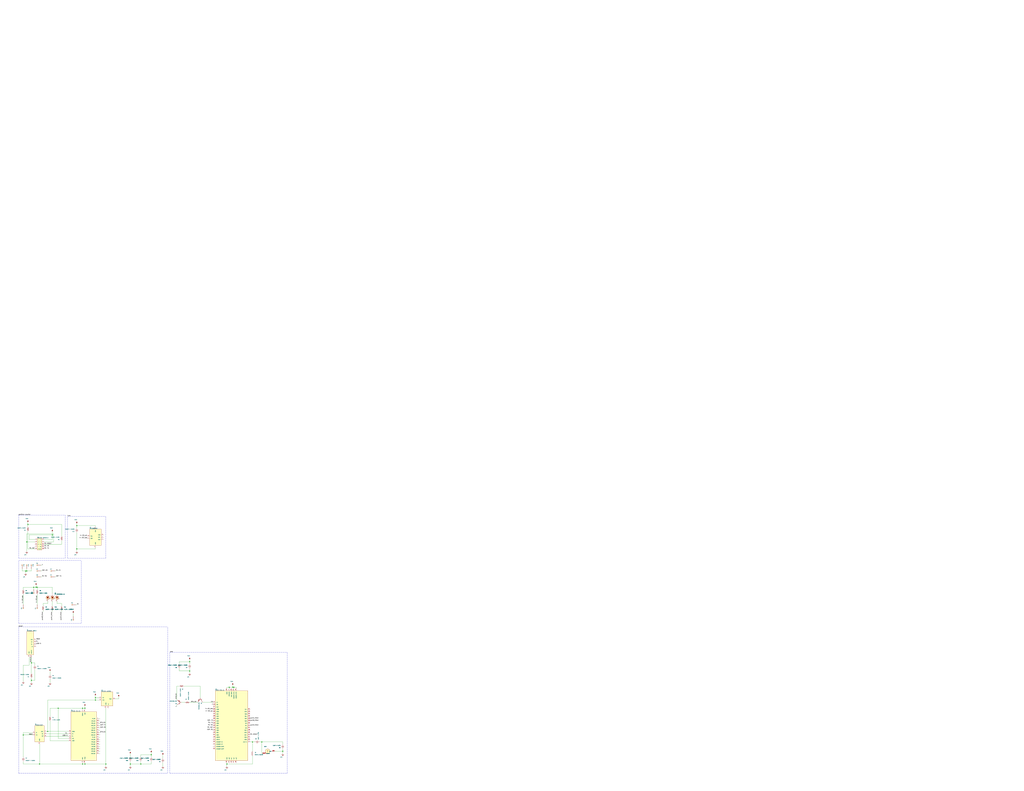
<source format=kicad_sch>
(kicad_sch (version 20210621) (generator eeschema)
  (paper "E")
  (junction (at 25.4 802.64))
  (junction (at 27.94 623.57))
  (junction (at 29.21 591.82))
  (junction (at 29.21 623.57))
  (junction (at 30.48 572.77))
  (junction (at 34.29 723.9))
  (junction (at 34.29 742.95))
  (junction (at 36.83 641.35))
  (junction (at 39.37 641.35))
  (junction (at 40.64 641.35))
  (junction (at 43.18 834.39))
  (junction (at 52.07 798.83))
  (junction (at 57.15 584.2))
  (junction (at 63.5 773.43))
  (junction (at 83.82 574.04))
  (junction (at 83.82 599.44))
  (junction (at 90.17 773.43))
  (junction (at 90.17 834.39))
  (junction (at 92.71 773.43))
  (junction (at 92.71 834.39))
  (junction (at 104.14 762))
  (junction (at 104.14 764.54))
  (junction (at 115.57 834.39))
  (junction (at 142.24 834.39))
  (junction (at 153.67 834.39))
  (junction (at 165.1 824.23))
  (junction (at 207.01 722.63))
  (junction (at 207.01 732.79))
  (junction (at 247.65 834.39))
  (junction (at 250.19 750.57))
  (junction (at 254 750.57))
  (junction (at 255.27 750.57))
  (junction (at 275.59 810.26))
  (junction (at 285.75 810.26))
  (junction (at 308.61 820.42))
  (wire (pts (xy 24.13 621.03) (xy 24.13 623.57)))
  (wire (pts (xy 24.13 623.57) (xy 27.94 623.57)))
  (wire (pts (xy 25.4 641.35) (xy 25.4 643.89)))
  (wire (pts (xy 25.4 641.35) (xy 36.83 641.35)))
  (wire (pts (xy 25.4 648.97) (xy 25.4 660.4)))
  (wire (pts (xy 25.4 726.44) (xy 25.4 744.22)))
  (wire (pts (xy 25.4 726.44) (xy 31.75 726.44)))
  (wire (pts (xy 25.4 800.1) (xy 35.56 800.1)))
  (wire (pts (xy 25.4 802.64) (xy 25.4 800.1)))
  (wire (pts (xy 25.4 802.64) (xy 25.4 826.77)))
  (wire (pts (xy 25.4 802.64) (xy 35.56 802.64)))
  (wire (pts (xy 25.4 831.85) (xy 25.4 834.39)))
  (wire (pts (xy 25.4 834.39) (xy 43.18 834.39)))
  (wire (pts (xy 27.94 623.57) (xy 27.94 626.11)))
  (wire (pts (xy 27.94 623.57) (xy 29.21 623.57)))
  (wire (pts (xy 29.21 582.93) (xy 58.42 582.93)))
  (wire (pts (xy 29.21 591.82) (xy 29.21 582.93)))
  (wire (pts (xy 29.21 591.82) (xy 29.21 601.98)))
  (wire (pts (xy 29.21 591.82) (xy 38.1 591.82)))
  (wire (pts (xy 29.21 621.03) (xy 29.21 623.57)))
  (wire (pts (xy 29.21 623.57) (xy 34.29 623.57)))
  (wire (pts (xy 30.48 570.23) (xy 30.48 572.77)))
  (wire (pts (xy 30.48 572.77) (xy 30.48 575.31)))
  (wire (pts (xy 30.48 572.77) (xy 67.31 572.77)))
  (wire (pts (xy 30.48 580.39) (xy 30.48 599.44)))
  (wire (pts (xy 30.48 599.44) (xy 38.1 599.44)))
  (wire (pts (xy 31.75 584.2) (xy 57.15 584.2)))
  (wire (pts (xy 31.75 589.28) (xy 31.75 584.2)))
  (wire (pts (xy 31.75 589.28) (xy 38.1 589.28)))
  (wire (pts (xy 31.75 726.44) (xy 31.75 717.55)))
  (wire (pts (xy 34.29 621.03) (xy 34.29 623.57)))
  (wire (pts (xy 34.29 723.9) (xy 34.29 717.55)))
  (wire (pts (xy 34.29 723.9) (xy 34.29 735.33)))
  (wire (pts (xy 34.29 723.9) (xy 38.1 723.9)))
  (wire (pts (xy 34.29 740.41) (xy 34.29 742.95)))
  (wire (pts (xy 34.29 742.95) (xy 34.29 745.49)))
  (wire (pts (xy 34.29 742.95) (xy 38.1 742.95)))
  (wire (pts (xy 36.83 641.35) (xy 36.83 643.89)))
  (wire (pts (xy 36.83 641.35) (xy 39.37 641.35)))
  (wire (pts (xy 38.1 723.9) (xy 38.1 726.44)))
  (wire (pts (xy 38.1 731.52) (xy 38.1 742.95)))
  (wire (pts (xy 39.37 638.81) (xy 39.37 641.35)))
  (wire (pts (xy 39.37 641.35) (xy 40.64 641.35)))
  (wire (pts (xy 40.64 641.35) (xy 40.64 643.89)))
  (wire (pts (xy 40.64 641.35) (xy 57.15 641.35)))
  (wire (pts (xy 40.64 648.97) (xy 40.64 660.4)))
  (wire (pts (xy 43.18 834.39) (xy 43.18 812.8)))
  (wire (pts (xy 43.18 834.39) (xy 90.17 834.39)))
  (wire (pts (xy 44.45 617.22) (xy 45.72 617.22)))
  (wire (pts (xy 44.45 623.57) (xy 45.72 623.57)))
  (wire (pts (xy 44.45 629.92) (xy 45.72 629.92)))
  (wire (pts (xy 46.99 659.13) (xy 46.99 661.67)))
  (wire (pts (xy 46.99 659.13) (xy 52.07 659.13)))
  (wire (pts (xy 46.99 666.75) (xy 46.99 668.02)))
  (wire (pts (xy 48.26 589.28) (xy 57.15 589.28)))
  (wire (pts (xy 48.26 591.82) (xy 58.42 591.82)))
  (wire (pts (xy 48.26 594.36) (xy 67.31 594.36)))
  (wire (pts (xy 50.8 798.83) (xy 52.07 798.83)))
  (wire (pts (xy 50.8 801.37) (xy 74.93 801.37)))
  (wire (pts (xy 50.8 803.91) (xy 74.93 803.91)))
  (wire (pts (xy 52.07 656.59) (xy 52.07 659.13)))
  (wire (pts (xy 52.07 764.54) (xy 104.14 764.54)))
  (wire (pts (xy 52.07 798.83) (xy 52.07 764.54)))
  (wire (pts (xy 52.07 798.83) (xy 74.93 798.83)))
  (wire (pts (xy 54.61 732.79) (xy 54.61 736.6)))
  (wire (pts (xy 54.61 741.68) (xy 54.61 745.49)))
  (wire (pts (xy 54.61 773.43) (xy 54.61 782.32)))
  (wire (pts (xy 54.61 773.43) (xy 63.5 773.43)))
  (wire (pts (xy 54.61 787.4) (xy 54.61 808.99)))
  (wire (pts (xy 54.61 808.99) (xy 74.93 808.99)))
  (wire (pts (xy 57.15 580.39) (xy 57.15 584.2)))
  (wire (pts (xy 57.15 589.28) (xy 57.15 584.2)))
  (wire (pts (xy 57.15 641.35) (xy 57.15 647.7)))
  (wire (pts (xy 57.15 656.59) (xy 57.15 661.67)))
  (wire (pts (xy 57.15 666.75) (xy 57.15 668.02)))
  (wire (pts (xy 58.42 591.82) (xy 58.42 582.93)))
  (wire (pts (xy 59.69 623.57) (xy 60.96 623.57)))
  (wire (pts (xy 59.69 629.92) (xy 60.96 629.92)))
  (wire (pts (xy 62.23 656.59) (xy 62.23 659.13)))
  (wire (pts (xy 62.23 659.13) (xy 67.31 659.13)))
  (wire (pts (xy 63.5 773.43) (xy 90.17 773.43)))
  (wire (pts (xy 63.5 806.45) (xy 63.5 773.43)))
  (wire (pts (xy 63.5 806.45) (xy 74.93 806.45)))
  (wire (pts (xy 67.31 572.77) (xy 67.31 585.47)))
  (wire (pts (xy 67.31 590.55) (xy 67.31 594.36)))
  (wire (pts (xy 67.31 659.13) (xy 67.31 661.67)))
  (wire (pts (xy 67.31 666.75) (xy 67.31 668.02)))
  (wire (pts (xy 80.01 669.29) (xy 80.01 673.1)))
  (wire (pts (xy 82.55 660.4) (xy 83.82 660.4)))
  (wire (pts (xy 83.82 571.5) (xy 83.82 574.04)))
  (wire (pts (xy 83.82 574.04) (xy 83.82 576.58)))
  (wire (pts (xy 83.82 574.04) (xy 104.14 574.04)))
  (wire (pts (xy 83.82 581.66) (xy 83.82 599.44)))
  (wire (pts (xy 83.82 599.44) (xy 83.82 601.98)))
  (wire (pts (xy 83.82 599.44) (xy 104.14 599.44)))
  (wire (pts (xy 90.17 773.43) (xy 92.71 773.43)))
  (wire (pts (xy 90.17 774.7) (xy 90.17 773.43)))
  (wire (pts (xy 90.17 834.39) (xy 90.17 833.12)))
  (wire (pts (xy 90.17 834.39) (xy 92.71 834.39)))
  (wire (pts (xy 92.71 770.89) (xy 92.71 773.43)))
  (wire (pts (xy 92.71 774.7) (xy 92.71 773.43)))
  (wire (pts (xy 92.71 834.39) (xy 92.71 833.12)))
  (wire (pts (xy 92.71 834.39) (xy 115.57 834.39)))
  (wire (pts (xy 104.14 575.31) (xy 104.14 574.04)))
  (wire (pts (xy 104.14 599.44) (xy 104.14 598.17)))
  (wire (pts (xy 104.14 759.46) (xy 104.14 762)))
  (wire (pts (xy 104.14 762) (xy 107.95 762)))
  (wire (pts (xy 104.14 764.54) (xy 104.14 762)))
  (wire (pts (xy 104.14 764.54) (xy 107.95 764.54)))
  (wire (pts (xy 107.95 784.86) (xy 109.22 784.86)))
  (wire (pts (xy 107.95 787.4) (xy 109.22 787.4)))
  (wire (pts (xy 107.95 789.94) (xy 109.22 789.94)))
  (wire (pts (xy 107.95 792.48) (xy 109.22 792.48)))
  (wire (pts (xy 107.95 795.02) (xy 109.22 795.02)))
  (wire (pts (xy 107.95 797.56) (xy 109.22 797.56)))
  (wire (pts (xy 107.95 800.1) (xy 109.22 800.1)))
  (wire (pts (xy 107.95 802.64) (xy 109.22 802.64)))
  (wire (pts (xy 107.95 805.18) (xy 109.22 805.18)))
  (wire (pts (xy 107.95 807.72) (xy 109.22 807.72)))
  (wire (pts (xy 107.95 810.26) (xy 109.22 810.26)))
  (wire (pts (xy 107.95 812.8) (xy 109.22 812.8)))
  (wire (pts (xy 107.95 815.34) (xy 109.22 815.34)))
  (wire (pts (xy 107.95 817.88) (xy 109.22 817.88)))
  (wire (pts (xy 107.95 820.42) (xy 109.22 820.42)))
  (wire (pts (xy 107.95 822.96) (xy 109.22 822.96)))
  (wire (pts (xy 115.57 834.39) (xy 115.57 773.43)))
  (wire (pts (xy 115.57 834.39) (xy 115.57 836.93)))
  (wire (pts (xy 125.73 763.27) (xy 129.54 763.27)))
  (wire (pts (xy 129.54 760.73) (xy 129.54 763.27)))
  (wire (pts (xy 142.24 822.96) (xy 142.24 826.77)))
  (wire (pts (xy 142.24 831.85) (xy 142.24 834.39)))
  (wire (pts (xy 142.24 834.39) (xy 142.24 836.93)))
  (wire (pts (xy 142.24 834.39) (xy 153.67 834.39)))
  (wire (pts (xy 153.67 824.23) (xy 153.67 826.77)))
  (wire (pts (xy 153.67 824.23) (xy 165.1 824.23)))
  (wire (pts (xy 153.67 831.85) (xy 153.67 834.39)))
  (wire (pts (xy 153.67 834.39) (xy 165.1 834.39)))
  (wire (pts (xy 165.1 821.69) (xy 165.1 824.23)))
  (wire (pts (xy 165.1 824.23) (xy 165.1 826.77)))
  (wire (pts (xy 165.1 831.85) (xy 165.1 834.39)))
  (wire (pts (xy 177.8 824.23) (xy 177.8 828.04)))
  (wire (pts (xy 177.8 833.12) (xy 177.8 836.93)))
  (wire (pts (xy 193.04 749.3) (xy 193.04 764.54)))
  (wire (pts (xy 193.04 749.3) (xy 195.58 749.3)))
  (wire (pts (xy 193.04 769.62) (xy 193.04 770.89)))
  (wire (pts (xy 195.58 722.63) (xy 195.58 725.17)))
  (wire (pts (xy 195.58 722.63) (xy 207.01 722.63)))
  (wire (pts (xy 195.58 730.25) (xy 195.58 732.79)))
  (wire (pts (xy 195.58 732.79) (xy 207.01 732.79)))
  (wire (pts (xy 198.12 767.08) (xy 201.93 767.08)))
  (wire (pts (xy 200.66 749.3) (xy 218.44 749.3)))
  (wire (pts (xy 207.01 720.09) (xy 207.01 722.63)))
  (wire (pts (xy 207.01 722.63) (xy 207.01 725.17)))
  (wire (pts (xy 207.01 730.25) (xy 207.01 732.79)))
  (wire (pts (xy 207.01 732.79) (xy 207.01 735.33)))
  (wire (pts (xy 207.01 767.08) (xy 215.9 767.08)))
  (wire (pts (xy 218.44 749.3) (xy 218.44 762)))
  (wire (pts (xy 220.98 767.08) (xy 232.41 767.08)))
  (wire (pts (xy 247.65 750.57) (xy 250.19 750.57)))
  (wire (pts (xy 247.65 751.84) (xy 247.65 750.57)))
  (wire (pts (xy 247.65 834.39) (xy 247.65 833.12)))
  (wire (pts (xy 247.65 834.39) (xy 247.65 836.93)))
  (wire (pts (xy 247.65 834.39) (xy 275.59 834.39)))
  (wire (pts (xy 250.19 750.57) (xy 254 750.57)))
  (wire (pts (xy 250.19 751.84) (xy 250.19 750.57)))
  (wire (pts (xy 254 748.03) (xy 254 750.57)))
  (wire (pts (xy 254 750.57) (xy 255.27 750.57)))
  (wire (pts (xy 255.27 750.57) (xy 257.81 750.57)))
  (wire (pts (xy 255.27 751.84) (xy 255.27 750.57)))
  (wire (pts (xy 257.81 751.84) (xy 257.81 750.57)))
  (wire (pts (xy 273.05 810.26) (xy 275.59 810.26)))
  (wire (pts (xy 275.59 810.26) (xy 275.59 820.42)))
  (wire (pts (xy 275.59 810.26) (xy 278.13 810.26)))
  (wire (pts (xy 275.59 825.5) (xy 275.59 834.39)))
  (wire (pts (xy 283.21 810.26) (xy 285.75 810.26)))
  (wire (pts (xy 285.75 810.26) (xy 308.61 810.26)))
  (wire (pts (xy 285.75 822.96) (xy 285.75 810.26)))
  (wire (pts (xy 285.75 822.96) (xy 287.02 822.96)))
  (wire (pts (xy 299.72 820.42) (xy 308.61 820.42)))
  (wire (pts (xy 308.61 810.26) (xy 308.61 812.8)))
  (wire (pts (xy 308.61 817.88) (xy 308.61 820.42)))
  (wire (pts (xy 308.61 820.42) (xy 308.61 822.96)))
  (polyline (pts (xy 20.32 562.61) (xy 71.12 562.61)))
  (polyline (pts (xy 20.32 609.6) (xy 20.32 562.61)))
  (polyline (pts (xy 20.32 609.6) (xy 71.12 609.6)))
  (polyline (pts (xy 20.32 612.14) (xy 88.9 612.14)))
  (polyline (pts (xy 20.32 680.72) (xy 20.32 612.14)))
  (polyline (pts (xy 20.32 680.72) (xy 88.9 680.72)))
  (polyline (pts (xy 20.32 684.53) (xy 182.88 684.53)))
  (polyline (pts (xy 20.32 844.55) (xy 20.32 684.53)))
  (polyline (pts (xy 20.32 844.55) (xy 182.88 844.55)))
  (polyline (pts (xy 71.12 609.6) (xy 71.12 562.61)))
  (polyline (pts (xy 73.66 563.88) (xy 115.57 563.88)))
  (polyline (pts (xy 73.66 609.6) (xy 73.66 563.88)))
  (polyline (pts (xy 73.66 609.6) (xy 115.57 609.6)))
  (polyline (pts (xy 88.9 680.72) (xy 88.9 612.14)))
  (polyline (pts (xy 115.57 609.6) (xy 115.57 563.88)))
  (polyline (pts (xy 182.88 844.55) (xy 182.88 684.53)))
  (polyline (pts (xy 185.42 712.47) (xy 313.69 712.47)))
  (polyline (pts (xy 185.42 844.55) (xy 185.42 712.47)))
  (polyline (pts (xy 185.42 844.55) (xy 313.69 844.55)))
  (polyline (pts (xy 313.69 844.55) (xy 313.69 712.47)))
  (label "particle-counter" (at 20.32 562.61 0) (effects (font (size 1.016 1.016))))
  (label "power" (at 20.32 684.53 0) (effects (font (size 1.016 1.016))))
  (label "H-I2C_sda" (at 25.4 650.24 270) (effects (font (size 1.016 1.016))))
  (label "SHIELD" (at 34.29 717.55 270) (effects (font (size 1.016 1.016))))
  (label "VBUS" (at 35.56 802.64 180) (effects (font (size 1.016 1.016))))
  (label "PC-SET" (at 38.1 599.44 180) (effects (font (size 1.016 1.016))))
  (label "VBUS" (at 39.37 698.5 0) (effects (font (size 1.016 1.016))))
  (label "D+" (at 39.37 701.04 0) (effects (font (size 1.016 1.016))))
  (label "USB-N" (at 39.37 703.58 0) (effects (font (size 1.016 1.016))))
  (label "H-I2C_scl" (at 40.64 650.24 270) (effects (font (size 1.016 1.016))))
  (label "c" (at 45.72 617.22 0) (effects (font (size 1.016 1.016))))
  (label "ESP-RX" (at 45.72 623.57 0) (effects (font (size 1.016 1.016))))
  (label "PC-RX" (at 45.72 629.92 0) (effects (font (size 1.016 1.016))))
  (label "pwm0_timer" (at 46.99 668.02 270) (effects (font (size 1.016 1.016))))
  (label "PC-RESET" (at 48.26 594.36 0) (effects (font (size 1.016 1.016))))
  (label "PC-RX" (at 48.26 596.9 0) (effects (font (size 1.016 1.016))))
  (label "PC-TX" (at 48.26 599.44 0) (effects (font (size 1.016 1.016))))
  (label "pwm1_timer" (at 57.15 668.02 270) (effects (font (size 1.016 1.016))))
  (label "PC-TX" (at 60.96 623.57 0) (effects (font (size 1.016 1.016))))
  (label "ESP-TX" (at 60.96 629.92 0) (effects (font (size 1.016 1.016))))
  (label "pwm2_timer" (at 67.31 668.02 270) (effects (font (size 1.016 1.016))))
  (label "hum" (at 73.66 563.88 0) (effects (font (size 1.016 1.016))))
  (label "D+" (at 73.66 801.37 180) (effects (font (size 1.016 1.016))))
  (label "USB-N" (at 73.66 803.91 180) (effects (font (size 1.016 1.016))))
  (label "EN" (at 83.82 660.4 0) (effects (font (size 1.016 1.016))))
  (label "H-I2C_scl" (at 95.25 585.47 180) (effects (font (size 1.016 1.016))))
  (label "H-I2C_sda" (at 95.25 588.01 180) (effects (font (size 1.016 1.016))))
  (label "RTS_ECI" (at 109.22 789.94 0) (effects (font (size 1.016 1.016))))
  (label "ESP-TX" (at 109.22 792.48 0) (effects (font (size 1.016 1.016))))
  (label "ESP-RX" (at 109.22 795.02 0) (effects (font (size 1.016 1.016))))
  (label "DTR_ECI" (at 109.22 800.1 0) (effects (font (size 1.016 1.016))))
  (label "proc" (at 185.42 712.47 0) (effects (font (size 1.016 1.016))))
  (label "DTR_ECI" (at 193.04 763.27 90) (effects (font (size 1.016 1.016))))
  (label "c" (at 193.04 770.89 270) (effects (font (size 1.016 1.016))))
  (label "RTS_ECI" (at 214.63 767.08 180) (effects (font (size 1.016 1.016))))
  (label "EN" (at 232.41 767.08 180) (effects (font (size 1.016 1.016))))
  (label "c" (at 232.41 769.62 180) (effects (font (size 1.016 1.016))))
  (label "H-I2C_sda" (at 232.41 774.7 180) (effects (font (size 1.016 1.016))))
  (label "H-I2C_scl" (at 232.41 777.24 180) (effects (font (size 1.016 1.016))))
  (label "ESP-TX" (at 232.41 787.4 180) (effects (font (size 1.016 1.016))))
  (label "PC-TX" (at 232.41 789.94 180) (effects (font (size 1.016 1.016))))
  (label "PC-RX" (at 232.41 792.48 180) (effects (font (size 1.016 1.016))))
  (label "PC-SET" (at 232.41 795.02 180) (effects (font (size 1.016 1.016))))
  (label "ESP-RX" (at 232.41 797.56 180) (effects (font (size 1.016 1.016))))
  (label "pwm1_timer" (at 273.05 784.86 0) (effects (font (size 1.016 1.016))))
  (label "pwm0_timer" (at 273.05 787.4 0) (effects (font (size 1.016 1.016))))
  (label "pwm2_timer" (at 273.05 792.48 0) (effects (font (size 1.016 1.016))))
  (label "PC-RESET" (at 273.05 802.64 0) (effects (font (size 1.016 1.016))))
  (symbol (lib_id "project_symbols:P3V3") (at 30.48 570.23 0) (unit 1)
    (property "Reference" "#PWR?" (effects hide))
    (property "Value" "P3V3" (at 27.94 566.42 0) (effects (font (size 0.7112 0.7112)) (justify left)))
  )
  (symbol (lib_id "project_symbols:P3V3") (at 39.37 638.81 0) (unit 1)
    (property "Reference" "#PWR?" (effects hide))
    (property "Value" "P3V3" (at 36.83 635 0) (effects (font (size 0.7112 0.7112)) (justify left)))
  )
  (symbol (lib_id "project_symbols:P5V0") (at 54.61 732.79 0) (unit 1)
    (property "Reference" "#PWR?" (effects hide))
    (property "Value" "P5V0" (at 52.07 728.98 0) (effects (font (size 0.7112 0.7112)) (justify left)))
  )
  (symbol (lib_id "project_symbols:P5V0") (at 57.15 580.39 0) (unit 1)
    (property "Reference" "#PWR?" (effects hide))
    (property "Value" "P5V0" (at 54.61 576.58 0) (effects (font (size 0.7112 0.7112)) (justify left)))
  )
  (symbol (lib_id "project_symbols:P5V0") (at 80.01 669.29 0) (unit 1)
    (property "Reference" "#PWR?" (effects hide))
    (property "Value" "P5V0" (at 77.47 665.48 0) (effects (font (size 0.7112 0.7112)) (justify left)))
  )
  (symbol (lib_id "project_symbols:P3V3") (at 83.82 571.5 0) (unit 1)
    (property "Reference" "#PWR?" (effects hide))
    (property "Value" "P3V3" (at 81.28 567.69 0) (effects (font (size 0.7112 0.7112)) (justify left)))
  )
  (symbol (lib_id "project_symbols:P3V3") (at 92.71 770.89 0) (unit 1)
    (property "Reference" "#PWR?" (effects hide))
    (property "Value" "P3V3" (at 90.17 767.08 0) (effects (font (size 0.7112 0.7112)) (justify left)))
  )
  (symbol (lib_id "project_symbols:P5V0") (at 104.14 759.46 0) (unit 1)
    (property "Reference" "#PWR?" (effects hide))
    (property "Value" "P5V0" (at 101.6 755.65 0) (effects (font (size 0.7112 0.7112)) (justify left)))
  )
  (symbol (lib_id "project_symbols:P3V3") (at 129.54 760.73 0) (unit 1)
    (property "Reference" "#PWR?" (effects hide))
    (property "Value" "P3V3" (at 127 756.92 0) (effects (font (size 0.7112 0.7112)) (justify left)))
  )
  (symbol (lib_id "project_symbols:P3V3") (at 142.24 822.96 0) (unit 1)
    (property "Reference" "#PWR?" (effects hide))
    (property "Value" "P3V3" (at 139.7 819.15 0) (effects (font (size 0.7112 0.7112)) (justify left)))
  )
  (symbol (lib_id "project_symbols:P3V3") (at 165.1 821.69 0) (unit 1)
    (property "Reference" "#PWR?" (effects hide))
    (property "Value" "P3V3" (at 162.56 817.88 0) (effects (font (size 0.7112 0.7112)) (justify left)))
  )
  (symbol (lib_id "project_symbols:P5V0") (at 177.8 824.23 0) (unit 1)
    (property "Reference" "#PWR?" (effects hide))
    (property "Value" "P5V0" (at 175.26 820.42 0) (effects (font (size 0.7112 0.7112)) (justify left)))
  )
  (symbol (lib_id "project_symbols:P3V3") (at 207.01 720.09 0) (unit 1)
    (property "Reference" "#PWR?" (effects hide))
    (property "Value" "P3V3" (at 204.47 716.28 0) (effects (font (size 0.7112 0.7112)) (justify left)))
  )
  (symbol (lib_id "project_symbols:P3V3") (at 254 748.03 0) (unit 1)
    (property "Reference" "#PWR?" (effects hide))
    (property "Value" "P3V3" (at 251.46 744.22 0) (effects (font (size 0.7112 0.7112)) (justify left)))
  )
  (symbol (lib_id "project_symbols:component_4") (at 24.13 618.49 270) (unit 1)
    (property "Reference" "TP12" (at 26.035 615.95 0) (effects (font (size 0.7112 0.7112)) (justify left)))
    (property "Value" "RCU-0C" (effects hide))
    (property "Footprint" "ble-mote:rc_landpattern" (effects hide))
    (property "MPN" "RCU-0C" (effects hide))
    (property "Manufacturer" "TE Connectivity" (effects hide))
  )
  (symbol (lib_id "project_symbols:component_4") (at 25.4 662.94 90) (unit 1)
    (property "Reference" "TP3" (at 23.495 665.48 0) (effects (font (size 0.7112 0.7112)) (justify left)))
    (property "Value" "RCU-0C" (effects hide))
    (property "Footprint" "ble-mote:rc_landpattern" (effects hide))
    (property "MPN" "RCU-0C" (effects hide))
    (property "Manufacturer" "TE Connectivity" (effects hide))
  )
  (symbol (lib_id "project_symbols:component_4") (at 29.21 618.49 270) (unit 1)
    (property "Reference" "TP11" (at 31.115 615.95 0) (effects (font (size 0.7112 0.7112)) (justify left)))
    (property "Value" "RCU-0C" (effects hide))
    (property "Footprint" "ble-mote:rc_landpattern" (effects hide))
    (property "MPN" "RCU-0C" (effects hide))
    (property "Manufacturer" "TE Connectivity" (effects hide))
  )
  (symbol (lib_id "project_symbols:component_4") (at 34.29 618.49 270) (unit 1)
    (property "Reference" "TP13" (at 36.195 615.95 0) (effects (font (size 0.7112 0.7112)) (justify left)))
    (property "Value" "RCU-0C" (effects hide))
    (property "Footprint" "ble-mote:rc_landpattern" (effects hide))
    (property "MPN" "RCU-0C" (effects hide))
    (property "Manufacturer" "TE Connectivity" (effects hide))
  )
  (symbol (lib_id "project_symbols:component_4") (at 36.83 646.43 90) (unit 1)
    (property "Reference" "TP10" (at 34.925 648.97 0) (effects (font (size 0.7112 0.7112)) (justify left)))
    (property "Value" "RCU-0C" (effects hide))
    (property "Footprint" "ble-mote:rc_landpattern" (effects hide))
    (property "MPN" "RCU-0C" (effects hide))
    (property "Manufacturer" "TE Connectivity" (effects hide))
  )
  (symbol (lib_id "project_symbols:component_4") (at 40.64 662.94 90) (unit 1)
    (property "Reference" "TP4" (at 38.735 665.48 0) (effects (font (size 0.7112 0.7112)) (justify left)))
    (property "Value" "RCU-0C" (effects hide))
    (property "Footprint" "ble-mote:rc_landpattern" (effects hide))
    (property "MPN" "RCU-0C" (effects hide))
    (property "Manufacturer" "TE Connectivity" (effects hide))
  )
  (symbol (lib_id "project_symbols:component_4") (at 41.91 617.22 0) (unit 1)
    (property "Reference" "TP6" (at 39.37 615.315 0) (effects (font (size 0.7112 0.7112)) (justify left)))
    (property "Value" "RCU-0C" (effects hide))
    (property "Footprint" "ble-mote:rc_landpattern" (effects hide))
    (property "MPN" "RCU-0C" (effects hide))
    (property "Manufacturer" "TE Connectivity" (effects hide))
  )
  (symbol (lib_id "project_symbols:component_4") (at 41.91 623.57 0) (unit 1)
    (property "Reference" "TP2" (at 39.37 621.665 0) (effects (font (size 0.7112 0.7112)) (justify left)))
    (property "Value" "RCU-0C" (effects hide))
    (property "Footprint" "ble-mote:rc_landpattern" (effects hide))
    (property "MPN" "RCU-0C" (effects hide))
    (property "Manufacturer" "TE Connectivity" (effects hide))
  )
  (symbol (lib_id "project_symbols:component_4") (at 41.91 629.92 0) (unit 1)
    (property "Reference" "TP8" (at 39.37 628.015 0) (effects (font (size 0.7112 0.7112)) (justify left)))
    (property "Value" "RCU-0C" (effects hide))
    (property "Footprint" "ble-mote:rc_landpattern" (effects hide))
    (property "MPN" "RCU-0C" (effects hide))
    (property "Manufacturer" "TE Connectivity" (effects hide))
  )
  (symbol (lib_id "project_symbols:component_4") (at 57.15 623.57 0) (unit 1)
    (property "Reference" "TP7" (at 54.61 621.665 0) (effects (font (size 0.7112 0.7112)) (justify left)))
    (property "Value" "RCU-0C" (effects hide))
    (property "Footprint" "ble-mote:rc_landpattern" (effects hide))
    (property "MPN" "RCU-0C" (effects hide))
    (property "Manufacturer" "TE Connectivity" (effects hide))
  )
  (symbol (lib_id "project_symbols:component_4") (at 57.15 629.92 0) (unit 1)
    (property "Reference" "TP1" (at 54.61 628.015 0) (effects (font (size 0.7112 0.7112)) (justify left)))
    (property "Value" "RCU-0C" (effects hide))
    (property "Footprint" "ble-mote:rc_landpattern" (effects hide))
    (property "MPN" "RCU-0C" (effects hide))
    (property "Manufacturer" "TE Connectivity" (effects hide))
  )
  (symbol (lib_id "project_symbols:component_4") (at 80.01 660.4 0) (unit 1)
    (property "Reference" "TP5" (at 77.47 658.495 0) (effects (font (size 0.7112 0.7112)) (justify left)))
    (property "Value" "RCU-0C" (effects hide))
    (property "Footprint" "ble-mote:rc_landpattern" (effects hide))
    (property "MPN" "RCU-0C" (effects hide))
    (property "Manufacturer" "TE Connectivity" (effects hide))
  )
  (symbol (lib_id "project_symbols:component_4") (at 80.01 675.64 90) (unit 1)
    (property "Reference" "TP9" (at 78.105 678.18 0) (effects (font (size 0.7112 0.7112)) (justify left)))
    (property "Value" "RCU-0C" (effects hide))
    (property "Footprint" "ble-mote:rc_landpattern" (effects hide))
    (property "MPN" "RCU-0C" (effects hide))
    (property "Manufacturer" "TE Connectivity" (effects hide))
  )
  (symbol (lib_id "project_symbols:my_inductor") (at 275.59 822.96 0) (unit 1)
    (property "Reference" "L1" (at 278.13 821.69 0) (effects (font (size 0.7112 0.7112)) (justify left)))
    (property "Value" "2.7nH ± 11.11%" (at 278.13 824.23 0) (effects (font (size 0.7112 0.7112)) (justify left)))
    (property "Footprint" "ble-mote:ipc_two_pin_landpattern" (effects hide))
    (property "Inductance" "2.7nH ± 11.11%" (effects hide))
    (property "Tolerance" "11.1111111111111%" (effects hide))
    (property "Maximum Current" "0.8A" (effects hide))
    (property "MPN" "LQG15HS2N7S02D" (effects hide))
    (property "Manufacturer" "Murata Electronics" (effects hide))
  )
  (symbol (lib_id "project_symbols:gnd") (at 25.4 744.22 0) (unit 1)
    (property "Reference" "#PWR?" (effects hide))
    (property "Value" "gnd" (at 22.86 748.03 0) (effects (font (size 0.7112 0.7112)) (justify left)))
  )
  (symbol (lib_id "project_symbols:gnd") (at 27.94 626.11 0) (unit 1)
    (property "Reference" "#PWR?" (effects hide))
    (property "Value" "gnd" (at 25.4 629.92 0) (effects (font (size 0.7112 0.7112)) (justify left)))
  )
  (symbol (lib_id "project_symbols:gnd") (at 29.21 601.98 0) (unit 1)
    (property "Reference" "#PWR?" (effects hide))
    (property "Value" "gnd" (at 26.67 605.79 0) (effects (font (size 0.7112 0.7112)) (justify left)))
  )
  (symbol (lib_id "project_symbols:gnd") (at 34.29 745.49 0) (unit 1)
    (property "Reference" "#PWR?" (effects hide))
    (property "Value" "gnd" (at 31.75 749.3 0) (effects (font (size 0.7112 0.7112)) (justify left)))
  )
  (symbol (lib_id "project_symbols:gnd") (at 54.61 745.49 0) (unit 1)
    (property "Reference" "#PWR?" (effects hide))
    (property "Value" "gnd" (at 52.07 749.3 0) (effects (font (size 0.7112 0.7112)) (justify left)))
  )
  (symbol (lib_id "project_symbols:gnd") (at 83.82 601.98 0) (unit 1)
    (property "Reference" "#PWR?" (effects hide))
    (property "Value" "gnd" (at 81.28 605.79 0) (effects (font (size 0.7112 0.7112)) (justify left)))
  )
  (symbol (lib_id "project_symbols:gnd") (at 115.57 836.93 0) (unit 1)
    (property "Reference" "#PWR?" (effects hide))
    (property "Value" "gnd" (at 113.03 840.74 0) (effects (font (size 0.7112 0.7112)) (justify left)))
  )
  (symbol (lib_id "project_symbols:gnd") (at 142.24 836.93 0) (unit 1)
    (property "Reference" "#PWR?" (effects hide))
    (property "Value" "gnd" (at 139.7 840.74 0) (effects (font (size 0.7112 0.7112)) (justify left)))
  )
  (symbol (lib_id "project_symbols:gnd") (at 177.8 836.93 0) (unit 1)
    (property "Reference" "#PWR?" (effects hide))
    (property "Value" "gnd" (at 175.26 840.74 0) (effects (font (size 0.7112 0.7112)) (justify left)))
  )
  (symbol (lib_id "project_symbols:gnd") (at 207.01 735.33 0) (unit 1)
    (property "Reference" "#PWR?" (effects hide))
    (property "Value" "gnd" (at 204.47 739.14 0) (effects (font (size 0.7112 0.7112)) (justify left)))
  )
  (symbol (lib_id "project_symbols:gnd") (at 247.65 836.93 0) (unit 1)
    (property "Reference" "#PWR?" (effects hide))
    (property "Value" "gnd" (at 245.11 840.74 0) (effects (font (size 0.7112 0.7112)) (justify left)))
  )
  (symbol (lib_id "project_symbols:gnd") (at 308.61 822.96 0) (unit 1)
    (property "Reference" "#PWR?" (effects hide))
    (property "Value" "gnd" (at 306.07 826.77 0) (effects (font (size 0.7112 0.7112)) (justify left)))
  )
  (symbol (lib_id "project_symbols:my_resistor_2") (at 25.4 646.43 0) (unit 1)
    (property "Reference" "R7" (at 27.94 645.16 0) (effects (font (size 0.7112 0.7112)) (justify left)))
    (property "Value" "8.2kΩ ± 1.00%" (at 27.94 647.7 0) (effects (font (size 0.7112 0.7112)) (justify left)))
    (property "Footprint" "ble-mote:ipc_two_pin_landpattern" (effects hide))
    (property "Resistance" "8.2kΩ ± 1.00%" (effects hide))
    (property "Tolerance" "1.0%" (effects hide))
    (property "Maximum Power" "0.063W" (effects hide))
    (property "MPN" "CRGCQ0402F8K2" (effects hide))
    (property "Manufacturer" "TE Connectivity Passive Product" (effects hide))
  )
  (symbol (lib_id "project_symbols:my_resistor_7") (at 30.48 577.85 180) (unit 1)
    (property "Reference" "R5" (at 27.94 579.12 0) (effects (font (size 0.7112 0.7112)) (justify left)))
    (property "Value" "10.0kΩ ± 0.10%" (at 27.94 576.58 0) (effects (font (size 0.7112 0.7112)) (justify left)))
    (property "Footprint" "ble-mote:ipc_two_pin_landpattern" (effects hide))
    (property "Resistance" "10.0kΩ ± 0.10%" (effects hide))
    (property "Tolerance" "0.1%" (effects hide))
    (property "Maximum Power" "0.1W" (effects hide))
    (property "MPN" "MCS0402MD1002BE100" (effects hide))
    (property "Manufacturer" "Vishay Beyschlag/Draloric/BC Components" (effects hide))
  )
  (symbol (lib_id "project_symbols:my_resistor_1") (at 34.29 737.87 180) (unit 1)
    (property "Reference" "R1" (at 31.75 739.14 0) (effects (font (size 0.7112 0.7112)) (justify left)))
    (property "Value" "100.0kΩ ± 0.50%" (at 31.75 736.6 0) (effects (font (size 0.7112 0.7112)) (justify left)))
    (property "Footprint" "ble-mote:ipc_two_pin_landpattern" (effects hide))
    (property "Resistance" "100.0kΩ ± 0.50%" (effects hide))
    (property "Tolerance" "0.5%" (effects hide))
    (property "Maximum Power" "0.063W" (effects hide))
    (property "MPN" "RR0510P-104-D" (effects hide))
    (property "Manufacturer" "Susumu" (effects hide))
  )
  (symbol (lib_id "project_symbols:my_resistor") (at 40.64 646.43 0) (unit 1)
    (property "Reference" "R8" (at 43.18 645.16 0) (effects (font (size 0.7112 0.7112)) (justify left)))
    (property "Value" "8.2kΩ ± 1.00%" (at 43.18 647.7 0) (effects (font (size 0.7112 0.7112)) (justify left)))
    (property "Footprint" "ble-mote:ipc_two_pin_landpattern" (effects hide))
    (property "Resistance" "8.2kΩ ± 1.00%" (effects hide))
    (property "Tolerance" "1.0%" (effects hide))
    (property "Maximum Power" "0.063W" (effects hide))
    (property "MPN" "CRGCQ0402F8K2" (effects hide))
    (property "Manufacturer" "TE Connectivity Passive Product" (effects hide))
  )
  (symbol (lib_id "project_symbols:my_resistor_8") (at 46.99 664.21 0) (unit 1)
    (property "Reference" "R9" (at 49.53 662.94 0) (effects (font (size 0.7112 0.7112)) (justify left)))
    (property "Value" "150.0Ω ± 1.00%" (at 49.53 665.48 0) (effects (font (size 0.7112 0.7112)) (justify left)))
    (property "Footprint" "ble-mote:ipc_two_pin_landpattern" (effects hide))
    (property "Resistance" "150.0Ω ± 1.00%" (effects hide))
    (property "Tolerance" "1.0%" (effects hide))
    (property "Maximum Power" "0.063W" (effects hide))
    (property "MPN" "CRGCQ0402F150R" (effects hide))
    (property "Manufacturer" "TE Connectivity Passive Product" (effects hide))
  )
  (symbol (lib_id "project_symbols:my_resistor_6") (at 54.61 784.86 0) (unit 1)
    (property "Reference" "R4" (at 57.15 783.59 0) (effects (font (size 0.7112 0.7112)) (justify left)))
    (property "Value" "4.7kΩ ± 0.10%" (at 57.15 786.13 0) (effects (font (size 0.7112 0.7112)) (justify left)))
    (property "Footprint" "ble-mote:ipc_two_pin_landpattern" (effects hide))
    (property "Resistance" "4.7kΩ ± 0.10%" (effects hide))
    (property "Tolerance" "0.1%" (effects hide))
    (property "Maximum Power" "0.063W" (effects hide))
    (property "MPN" "RG1005P-472-B-T5" (effects hide))
    (property "Manufacturer" "Susumu" (effects hide))
  )
  (symbol (lib_id "project_symbols:my_resistor_9") (at 57.15 664.21 0) (unit 1)
    (property "Reference" "R10" (at 59.69 662.94 0) (effects (font (size 0.7112 0.7112)) (justify left)))
    (property "Value" "150.0Ω ± 1.00%" (at 59.69 665.48 0) (effects (font (size 0.7112 0.7112)) (justify left)))
    (property "Footprint" "ble-mote:ipc_two_pin_landpattern" (effects hide))
    (property "Resistance" "150.0Ω ± 1.00%" (effects hide))
    (property "Tolerance" "1.0%" (effects hide))
    (property "Maximum Power" "0.063W" (effects hide))
    (property "MPN" "CRGCQ0402F150R" (effects hide))
    (property "Manufacturer" "TE Connectivity Passive Product" (effects hide))
  )
  (symbol (lib_id "project_symbols:my_resistor_3") (at 67.31 588.01 180) (unit 1)
    (property "Reference" "R6" (at 64.77 589.28 0) (effects (font (size 0.7112 0.7112)) (justify left)))
    (property "Value" "10.0kΩ ± 0.10%" (at 64.77 586.74 0) (effects (font (size 0.7112 0.7112)) (justify left)))
    (property "Footprint" "ble-mote:ipc_two_pin_landpattern" (effects hide))
    (property "Resistance" "10.0kΩ ± 0.10%" (effects hide))
    (property "Tolerance" "0.1%" (effects hide))
    (property "Maximum Power" "0.1W" (effects hide))
    (property "MPN" "MCS0402MD1002BE100" (effects hide))
    (property "Manufacturer" "Vishay Beyschlag/Draloric/BC Components" (effects hide))
  )
  (symbol (lib_id "project_symbols:my_resistor_10") (at 67.31 664.21 0) (unit 1)
    (property "Reference" "R11" (at 69.85 662.94 0) (effects (font (size 0.7112 0.7112)) (justify left)))
    (property "Value" "41.2Ω ± 1.00%" (at 69.85 665.48 0) (effects (font (size 0.7112 0.7112)) (justify left)))
    (property "Footprint" "ble-mote:ipc_two_pin_landpattern" (effects hide))
    (property "Resistance" "41.2Ω ± 1.00%" (effects hide))
    (property "Tolerance" "1.0%" (effects hide))
    (property "Maximum Power" "0.1W" (effects hide))
    (property "MPN" "ERJ-2RKF41R2X" (effects hide))
    (property "Manufacturer" "Panasonic Electronic Components" (effects hide))
  )
  (symbol (lib_id "project_symbols:my_resistor_4") (at 198.12 749.3 270) (unit 1)
    (property "Reference" "R2" (at 199.39 751.84 0) (effects (font (size 0.7112 0.7112)) (justify left)))
    (property "Value" "10.0kΩ ± 0.10%" (at 196.85 751.84 0) (effects (font (size 0.7112 0.7112)) (justify left)))
    (property "Footprint" "ble-mote:ipc_two_pin_landpattern" (effects hide))
    (property "Resistance" "10.0kΩ ± 0.10%" (effects hide))
    (property "Tolerance" "0.1%" (effects hide))
    (property "Maximum Power" "0.1W" (effects hide))
    (property "MPN" "MCS0402MD1002BE100" (effects hide))
    (property "Manufacturer" "Vishay Beyschlag/Draloric/BC Components" (effects hide))
  )
  (symbol (lib_id "project_symbols:my_resistor_5") (at 204.47 767.08 90) (unit 1)
    (property "Reference" "R3" (at 203.2 764.54 0) (effects (font (size 0.7112 0.7112)) (justify left)))
    (property "Value" "10.0kΩ ± 0.10%" (at 205.74 764.54 0) (effects (font (size 0.7112 0.7112)) (justify left)))
    (property "Footprint" "ble-mote:ipc_two_pin_landpattern" (effects hide))
    (property "Resistance" "10.0kΩ ± 0.10%" (effects hide))
    (property "Tolerance" "0.1%" (effects hide))
    (property "Maximum Power" "0.1W" (effects hide))
    (property "MPN" "MCS0402MD1002BE100" (effects hide))
    (property "Manufacturer" "Vishay Beyschlag/Draloric/BC Components" (effects hide))
  )
  (symbol (lib_id "project_symbols:my_capacitor") (at 25.4 829.31 0) (unit 1)
    (property "Reference" "C2" (at 27.94 828.04 0) (effects (font (size 0.7112 0.7112)) (justify left)))
    (property "Value" "100.0nF ± 10.00%" (at 27.94 830.58 0) (effects (font (size 0.7112 0.7112)) (justify left)))
    (property "Footprint" "ble-mote:ipc_two_pin_landpattern" (effects hide))
    (property "Capacitance" "100.0nF ± 10.00%" (effects hide))
    (property "Tolerance" "10.0%" (effects hide))
    (property "Maximum Voltage" "25.0V" (effects hide))
    (property "MPN" "CL05B104KA5NNNC" (effects hide))
    (property "Manufacturer" "Samsung Electro-Mechanics" (effects hide))
  )
  (symbol (lib_id "project_symbols:my_capacitor_4") (at 38.1 728.98 0) (unit 1)
    (property "Reference" "C1" (at 40.64 727.71 0) (effects (font (size 0.7112 0.7112)) (justify left)))
    (property "Value" "100.0nF ± 10.00%" (at 40.64 730.25 0) (effects (font (size 0.7112 0.7112)) (justify left)))
    (property "Footprint" "ble-mote:ipc_two_pin_landpattern" (effects hide))
    (property "Capacitance" "100.0nF ± 10.00%" (effects hide))
    (property "Tolerance" "10.0%" (effects hide))
    (property "Maximum Voltage" "25.0V" (effects hide))
    (property "MPN" "CL05B104KA5NNNC" (effects hide))
    (property "Manufacturer" "Samsung Electro-Mechanics" (effects hide))
  )
  (symbol (lib_id "project_symbols:my_capacitor_6") (at 54.61 739.14 0) (unit 1)
    (property "Reference" "C3" (at 57.15 737.87 0) (effects (font (size 0.7112 0.7112)) (justify left)))
    (property "Value" "10.0μF ± 20.00%" (at 57.15 740.41 0) (effects (font (size 0.7112 0.7112)) (justify left)))
    (property "Footprint" "ble-mote:ipc_two_pin_landpattern" (effects hide))
    (property "Capacitance" "10.0μF ± 20.00%" (effects hide))
    (property "Tolerance" "20.0%" (effects hide))
    (property "Maximum Voltage" "10.0V" (effects hide))
    (property "MPN" "CL05A106MP8NUB8" (effects hide))
    (property "Manufacturer" "Samsung Electro-Mechanics" (effects hide))
  )
  (symbol (lib_id "project_symbols:my_capacitor_3") (at 83.82 579.12 180) (unit 1)
    (property "Reference" "C12" (at 81.28 580.39 0) (effects (font (size 0.7112 0.7112)) (justify left)))
    (property "Value" "100.0nF ± 10.00%" (at 81.28 577.85 0) (effects (font (size 0.7112 0.7112)) (justify left)))
    (property "Footprint" "ble-mote:ipc_two_pin_landpattern" (effects hide))
    (property "Capacitance" "100.0nF ± 10.00%" (effects hide))
    (property "Tolerance" "10.0%" (effects hide))
    (property "Maximum Voltage" "25.0V" (effects hide))
    (property "MPN" "CL05B104KA5NNNC" (effects hide))
    (property "Manufacturer" "Samsung Electro-Mechanics" (effects hide))
  )
  (symbol (lib_id "project_symbols:my_capacitor_5") (at 142.24 829.31 180) (unit 1)
    (property "Reference" "C10" (at 139.7 830.58 0) (effects (font (size 0.7112 0.7112)) (justify left)))
    (property "Value" "4.7μF ± 20.00%" (at 139.7 828.04 0) (effects (font (size 0.7112 0.7112)) (justify left)))
    (property "Footprint" "ble-mote:ipc_two_pin_landpattern" (effects hide))
    (property "Capacitance" "4.7μF ± 20.00%" (effects hide))
    (property "Tolerance" "20.0%" (effects hide))
    (property "Maximum Voltage" "10.0V" (effects hide))
    (property "MPN" "CL05A475MP5NRNC" (effects hide))
    (property "Manufacturer" "Samsung Electro-Mechanics" (effects hide))
  )
  (symbol (lib_id "project_symbols:my_capacitor_1") (at 153.67 829.31 180) (unit 1)
    (property "Reference" "C11" (at 151.13 830.58 0) (effects (font (size 0.7112 0.7112)) (justify left)))
    (property "Value" "100.0nF ± 10.00%" (at 151.13 828.04 0) (effects (font (size 0.7112 0.7112)) (justify left)))
    (property "Footprint" "ble-mote:ipc_two_pin_landpattern" (effects hide))
    (property "Capacitance" "100.0nF ± 10.00%" (effects hide))
    (property "Tolerance" "10.0%" (effects hide))
    (property "Maximum Voltage" "25.0V" (effects hide))
    (property "MPN" "CL05B104KA5NNNC" (effects hide))
    (property "Manufacturer" "Samsung Electro-Mechanics" (effects hide))
  )
  (symbol (lib_id "project_symbols:my_capacitor_8") (at 165.1 829.31 180) (unit 1)
    (property "Reference" "C5" (at 162.56 830.58 0) (effects (font (size 0.7112 0.7112)) (justify left)))
    (property "Value" "1.0μF ± 10.00%" (at 162.56 828.04 0) (effects (font (size 0.7112 0.7112)) (justify left)))
    (property "Footprint" "ble-mote:ipc_two_pin_landpattern" (effects hide))
    (property "Capacitance" "1.0μF ± 10.00%" (effects hide))
    (property "Tolerance" "10.0%" (effects hide))
    (property "Maximum Voltage" "10.0V" (effects hide))
    (property "MPN" "CL05A105KP5NNNC" (effects hide))
    (property "Manufacturer" "Samsung Electro-Mechanics" (effects hide))
  )
  (symbol (lib_id "project_symbols:my_capacitor_7") (at 177.8 830.58 180) (unit 1)
    (property "Reference" "C4" (at 175.26 831.85 0) (effects (font (size 0.7112 0.7112)) (justify left)))
    (property "Value" "1.0μF ± 10.00%" (at 175.26 829.31 0) (effects (font (size 0.7112 0.7112)) (justify left)))
    (property "Footprint" "ble-mote:ipc_two_pin_landpattern" (effects hide))
    (property "Capacitance" "1.0μF ± 10.00%" (effects hide))
    (property "Tolerance" "10.0%" (effects hide))
    (property "Maximum Voltage" "10.0V" (effects hide))
    (property "MPN" "CL05A105KP5NNNC" (effects hide))
    (property "Manufacturer" "Samsung Electro-Mechanics" (effects hide))
  )
  (symbol (lib_id "project_symbols:my_capacitor_2") (at 195.58 727.71 180) (unit 1)
    (property "Reference" "C6" (at 193.04 728.98 0) (effects (font (size 0.7112 0.7112)) (justify left)))
    (property "Value" "10.0μF ± 20.00%" (at 193.04 726.44 0) (effects (font (size 0.7112 0.7112)) (justify left)))
    (property "Footprint" "ble-mote:ipc_two_pin_landpattern" (effects hide))
    (property "Capacitance" "10.0μF ± 20.00%" (effects hide))
    (property "Tolerance" "20.0%" (effects hide))
    (property "Maximum Voltage" "10.0V" (effects hide))
    (property "MPN" "CL05A106MP8NUB8" (effects hide))
    (property "Manufacturer" "Samsung Electro-Mechanics" (effects hide))
  )
  (symbol (lib_id "project_symbols:my_capacitor_11") (at 207.01 727.71 180) (unit 1)
    (property "Reference" "C7" (at 204.47 728.98 0) (effects (font (size 0.7112 0.7112)) (justify left)))
    (property "Value" "100.0nF ± 10.00%" (at 204.47 726.44 0) (effects (font (size 0.7112 0.7112)) (justify left)))
    (property "Footprint" "ble-mote:ipc_two_pin_landpattern" (effects hide))
    (property "Capacitance" "100.0nF ± 10.00%" (effects hide))
    (property "Tolerance" "10.0%" (effects hide))
    (property "Maximum Voltage" "25.0V" (effects hide))
    (property "MPN" "CL05B104KA5NNNC" (effects hide))
    (property "Manufacturer" "Samsung Electro-Mechanics" (effects hide))
  )
  (symbol (lib_id "project_symbols:my_capacitor_9") (at 280.67 810.26 90) (unit 1)
    (property "Reference" "C8" (at 279.4 807.72 0) (effects (font (size 0.7112 0.7112)) (justify left)))
    (property "Value" "5.6pF ± 1.79%" (at 281.94 807.72 0) (effects (font (size 0.7112 0.7112)) (justify left)))
    (property "Footprint" "ble-mote:ipc_two_pin_landpattern" (effects hide))
    (property "Capacitance" "5.6pF ± 1.79%" (effects hide))
    (property "Tolerance" "1.78571428571429%" (effects hide))
    (property "Maximum Voltage" "50.0V" (effects hide))
    (property "MPN" "CL05C5R6BB5NNNC" (effects hide))
    (property "Manufacturer" "Samsung Electro-Mechanics" (effects hide))
  )
  (symbol (lib_id "project_symbols:my_capacitor_10") (at 308.61 815.34 180) (unit 1)
    (property "Reference" "C9" (at 306.07 816.61 0) (effects (font (size 0.7112 0.7112)) (justify left)))
    (property "Value" "2.4pF ± 4.17%" (at 306.07 814.07 0) (effects (font (size 0.7112 0.7112)) (justify left)))
    (property "Footprint" "ble-mote:ipc_two_pin_landpattern" (effects hide))
    (property "Capacitance" "2.4pF ± 4.17%" (effects hide))
    (property "Tolerance" "4.16666666666667%" (effects hide))
    (property "Maximum Voltage" "50.0V" (effects hide))
    (property "MPN" "04025U2R4BAT2A" (effects hide))
    (property "Manufacturer" "AVX Corporation" (effects hide))
  )
  (symbol (lib_id "project_symbols:component") (at 195.58 767.08 180) (unit 1)
    (property "Reference" "Q2" (at 193.04 768.35 0) (effects (font (size 0.7112 0.7112)) (justify left)))
    (property "Value" "PMBT3904,235" (at 193.04 765.81 0) (effects (font (size 0.7112 0.7112)) (justify left)))
    (property "Footprint" "ble-mote:SOT95P280X100_3N" (effects hide))
    (property "MPN" "PMBT3904,235" (effects hide))
    (property "Manufacturer" "Nexperia" (effects hide))
  )
  (symbol (lib_id "project_symbols:component") (at 218.44 764.54 270) (unit 1)
    (property "Reference" "Q1" (at 219.71 767.08 0) (effects (font (size 0.7112 0.7112)) (justify left)))
    (property "Value" "PMBT3904,235" (at 217.17 767.08 0) (effects (font (size 0.7112 0.7112)) (justify left)))
    (property "Footprint" "ble-mote:SOT95P280X100_3N" (effects hide))
    (property "MPN" "PMBT3904,235" (effects hide))
    (property "Manufacturer" "Nexperia" (effects hide))
  )
  (symbol (lib_id "project_symbols:inverted_f_antenna_cmp") (at 292.1 820.42 0) (unit 1)
    (property "Reference" "ANT1" (at 288.29 815.34 0) (effects (font (size 0.7112 0.7112)) (justify left)))
    (property "Footprint" "ble-mote:ant_2GHz4_inverted_f_geom" (effects hide))
  )
  (symbol (lib_id "project_symbols:Minitek127_5x2_Header") (at 43.18 594.36 0) (unit 1)
    (property "Reference" "J2" (at 40.64 586.74 0) (effects (font (size 0.7112 0.7112)) (justify left)))
    (property "Value" "20021321-00010C4LF" (at 40.64 587.375 0) (effects (font (size 0.7112 0.7112)) (justify left)))
    (property "Footprint" "ble-mote:amphenol_minitek127_pkg" (effects hide))
    (property "MPN" "20021321-00010C4LF" (effects hide))
    (property "Manufacturer" "Amphenol" (effects hide))
  )
  (symbol (lib_id "project_symbols:component_3") (at 57.15 652.78 0) (unit 1)
    (property "Reference" "U6" (at 59.69 647.7 0) (effects (font (size 0.7112 0.7112)) (justify left)))
    (property "Value" "FM-B2020RGBA-HG" (at 59.69 648.97 0) (effects (font (size 0.7112 0.7112)) (justify left)))
    (property "Footprint" "ble-mote:rgb_2020" (effects hide))
    (property "MPN" "FM-B2020RGBA-HG" (effects hide))
    (property "Manufacturer" "Foshan NationStar Optoelectronics" (effects hide))
  )
  (symbol (lib_id "project_symbols:AMPHENOL_10103594_0001LF") (at 33.02 702.31 0) (unit 1)
    (property "Reference" "J1" (at 29.21 688.2384 0) (effects (font (size 0.762 0.762)) (justify left bottom)))
    (property "Value" "10103594-0001LF" (at 29.21 689.3052 0) (effects (font (size 0.762 0.762)) (justify left bottom)))
    (property "Footprint" "ble-mote:amphenol_10103594_0001lf" (effects hide))
    (property "MPN" "10103594-0001LF" (effects hide))
  )
  (symbol (lib_id "project_symbols:component_2") (at 43.18 801.37 0) (unit 1)
    (property "Reference" "U1" (at 38.1 791.1084 0) (effects (font (size 0.762 0.762)) (justify left bottom)))
    (property "Value" "TPD3S014DBVR" (at 38.1 792.1752 0) (effects (font (size 0.762 0.762)) (justify left bottom)))
    (property "Footprint" "ble-mote:SOT95P280X145_6N" (effects hide))
    (property "MPN" "TPD3S014DBVR" (effects hide))
    (property "Manufacturer" "Texas Instruments" (effects hide))
  )
  (symbol (lib_id "project_symbols:AP2112") (at 116.84 763.27 0) (unit 1)
    (property "Reference" "U2" (at 110.49 754.2784 0) (effects (font (size 0.762 0.762)) (justify left bottom)))
    (property "Value" "AP2112K-3.3TRG1" (at 110.49 755.3452 0) (effects (font (size 0.762 0.762)) (justify left bottom)))
    (property "Footprint" "ble-mote:SOT95P280X145_5N" (effects hide))
    (property "MPN" "AP2112K-3.3TRG1" (effects hide))
    (property "Manufacturer" "Diodes Incorporated" (effects hide))
  )
  (symbol (lib_id "project_symbols:component_5") (at 104.14 586.74 0) (unit 1)
    (property "Reference" "U5" (at 97.79 576.4784 0) (effects (font (size 0.762 0.762)) (justify left bottom)))
    (property "Value" "HDC1080DMBR" (at 97.79 577.5452 0) (effects (font (size 0.762 0.762)) (justify left bottom)))
    (property "Footprint" "ble-mote:son100p300x300x80_7n" (effects hide))
    (property "MPN" "HDC1080DMBR" (effects hide))
    (property "Manufacturer" "Texas Instruments" (effects hide))
  )
  (symbol (lib_id "project_symbols:component_1") (at 91.44 803.91 0) (unit 1)
    (property "Reference" "U4" (at 77.47 775.8684 0) (effects (font (size 0.762 0.762)) (justify left bottom)))
    (property "Value" "CP2105-F01-GM" (at 77.47 776.9352 0) (effects (font (size 0.762 0.762)) (justify left bottom)))
    (property "Footprint" "ble-mote:qfn_landpattern" (effects hide))
    (property "MPN" "CP2105-F01-GM" (effects hide))
    (property "Manufacturer" "Silicon Labs" (effects hide))
  )
  (symbol (lib_id "project_symbols:ESP32_Pico_D4_BLE_WiFi_SoC") (at 252.73 792.48 0) (unit 1)
    (property "Reference" "U3" (at 234.95 753.0084 0) (effects (font (size 0.762 0.762)) (justify left bottom)))
    (property "Value" "ESP32-PICO-D4" (at 234.95 754.0752 0) (effects (font (size 0.762 0.762)) (justify left bottom)))
    (property "Footprint" "ble-mote:pqfn50p700x700x104_49n" (effects hide))
    (property "MPN" "ESP32-PICO-D4" (effects hide))
  )
)
</source>
